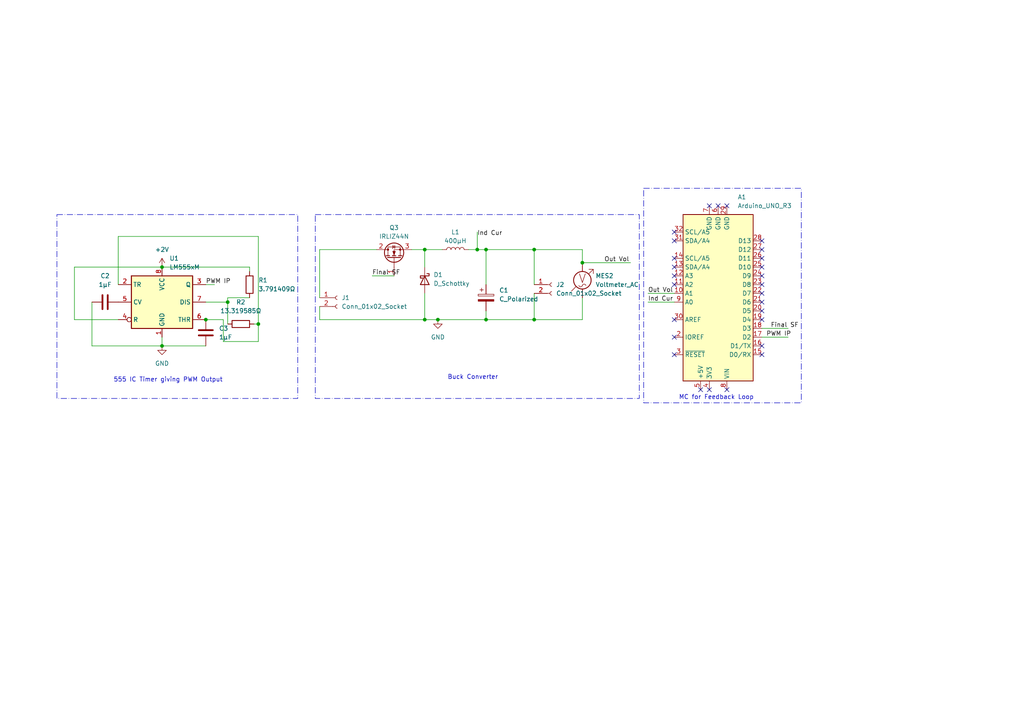
<source format=kicad_sch>
(kicad_sch
	(version 20250114)
	(generator "eeschema")
	(generator_version "9.0")
	(uuid "132330d4-2345-49d7-94dd-03a05c7087bd")
	(paper "A4")
	(title_block
		(title "Buck Convertor")
		(date "2025-10-12")
		(rev "v1")
	)
	(lib_symbols
		(symbol "Connector:Conn_01x02_Socket"
			(pin_names
				(offset 1.016)
				(hide yes)
			)
			(exclude_from_sim no)
			(in_bom yes)
			(on_board yes)
			(property "Reference" "J"
				(at 0 2.54 0)
				(effects
					(font
						(size 1.27 1.27)
					)
				)
			)
			(property "Value" "Conn_01x02_Socket"
				(at 0 -5.08 0)
				(effects
					(font
						(size 1.27 1.27)
					)
				)
			)
			(property "Footprint" ""
				(at 0 0 0)
				(effects
					(font
						(size 1.27 1.27)
					)
					(hide yes)
				)
			)
			(property "Datasheet" "~"
				(at 0 0 0)
				(effects
					(font
						(size 1.27 1.27)
					)
					(hide yes)
				)
			)
			(property "Description" "Generic connector, single row, 01x02, script generated"
				(at 0 0 0)
				(effects
					(font
						(size 1.27 1.27)
					)
					(hide yes)
				)
			)
			(property "ki_locked" ""
				(at 0 0 0)
				(effects
					(font
						(size 1.27 1.27)
					)
				)
			)
			(property "ki_keywords" "connector"
				(at 0 0 0)
				(effects
					(font
						(size 1.27 1.27)
					)
					(hide yes)
				)
			)
			(property "ki_fp_filters" "Connector*:*_1x??_*"
				(at 0 0 0)
				(effects
					(font
						(size 1.27 1.27)
					)
					(hide yes)
				)
			)
			(symbol "Conn_01x02_Socket_1_1"
				(polyline
					(pts
						(xy -1.27 0) (xy -0.508 0)
					)
					(stroke
						(width 0.1524)
						(type default)
					)
					(fill
						(type none)
					)
				)
				(polyline
					(pts
						(xy -1.27 -2.54) (xy -0.508 -2.54)
					)
					(stroke
						(width 0.1524)
						(type default)
					)
					(fill
						(type none)
					)
				)
				(arc
					(start 0 -0.508)
					(mid -0.5058 0)
					(end 0 0.508)
					(stroke
						(width 0.1524)
						(type default)
					)
					(fill
						(type none)
					)
				)
				(arc
					(start 0 -3.048)
					(mid -0.5058 -2.54)
					(end 0 -2.032)
					(stroke
						(width 0.1524)
						(type default)
					)
					(fill
						(type none)
					)
				)
				(pin passive line
					(at -5.08 0 0)
					(length 3.81)
					(name "Pin_1"
						(effects
							(font
								(size 1.27 1.27)
							)
						)
					)
					(number "1"
						(effects
							(font
								(size 1.27 1.27)
							)
						)
					)
				)
				(pin passive line
					(at -5.08 -2.54 0)
					(length 3.81)
					(name "Pin_2"
						(effects
							(font
								(size 1.27 1.27)
							)
						)
					)
					(number "2"
						(effects
							(font
								(size 1.27 1.27)
							)
						)
					)
				)
			)
			(embedded_fonts no)
		)
		(symbol "Device:C"
			(pin_numbers
				(hide yes)
			)
			(pin_names
				(offset 0.254)
			)
			(exclude_from_sim no)
			(in_bom yes)
			(on_board yes)
			(property "Reference" "C"
				(at 0.635 2.54 0)
				(effects
					(font
						(size 1.27 1.27)
					)
					(justify left)
				)
			)
			(property "Value" "C"
				(at 0.635 -2.54 0)
				(effects
					(font
						(size 1.27 1.27)
					)
					(justify left)
				)
			)
			(property "Footprint" ""
				(at 0.9652 -3.81 0)
				(effects
					(font
						(size 1.27 1.27)
					)
					(hide yes)
				)
			)
			(property "Datasheet" "~"
				(at 0 0 0)
				(effects
					(font
						(size 1.27 1.27)
					)
					(hide yes)
				)
			)
			(property "Description" "Unpolarized capacitor"
				(at 0 0 0)
				(effects
					(font
						(size 1.27 1.27)
					)
					(hide yes)
				)
			)
			(property "ki_keywords" "cap capacitor"
				(at 0 0 0)
				(effects
					(font
						(size 1.27 1.27)
					)
					(hide yes)
				)
			)
			(property "ki_fp_filters" "C_*"
				(at 0 0 0)
				(effects
					(font
						(size 1.27 1.27)
					)
					(hide yes)
				)
			)
			(symbol "C_0_1"
				(polyline
					(pts
						(xy -2.032 0.762) (xy 2.032 0.762)
					)
					(stroke
						(width 0.508)
						(type default)
					)
					(fill
						(type none)
					)
				)
				(polyline
					(pts
						(xy -2.032 -0.762) (xy 2.032 -0.762)
					)
					(stroke
						(width 0.508)
						(type default)
					)
					(fill
						(type none)
					)
				)
			)
			(symbol "C_1_1"
				(pin passive line
					(at 0 3.81 270)
					(length 2.794)
					(name "~"
						(effects
							(font
								(size 1.27 1.27)
							)
						)
					)
					(number "1"
						(effects
							(font
								(size 1.27 1.27)
							)
						)
					)
				)
				(pin passive line
					(at 0 -3.81 90)
					(length 2.794)
					(name "~"
						(effects
							(font
								(size 1.27 1.27)
							)
						)
					)
					(number "2"
						(effects
							(font
								(size 1.27 1.27)
							)
						)
					)
				)
			)
			(embedded_fonts no)
		)
		(symbol "Device:C_Polarized"
			(pin_numbers
				(hide yes)
			)
			(pin_names
				(offset 0.254)
			)
			(exclude_from_sim no)
			(in_bom yes)
			(on_board yes)
			(property "Reference" "C"
				(at 0.635 2.54 0)
				(effects
					(font
						(size 1.27 1.27)
					)
					(justify left)
				)
			)
			(property "Value" "C_Polarized"
				(at 0.635 -2.54 0)
				(effects
					(font
						(size 1.27 1.27)
					)
					(justify left)
				)
			)
			(property "Footprint" ""
				(at 0.9652 -3.81 0)
				(effects
					(font
						(size 1.27 1.27)
					)
					(hide yes)
				)
			)
			(property "Datasheet" "~"
				(at 0 0 0)
				(effects
					(font
						(size 1.27 1.27)
					)
					(hide yes)
				)
			)
			(property "Description" "Polarized capacitor"
				(at 0 0 0)
				(effects
					(font
						(size 1.27 1.27)
					)
					(hide yes)
				)
			)
			(property "ki_keywords" "cap capacitor"
				(at 0 0 0)
				(effects
					(font
						(size 1.27 1.27)
					)
					(hide yes)
				)
			)
			(property "ki_fp_filters" "CP_*"
				(at 0 0 0)
				(effects
					(font
						(size 1.27 1.27)
					)
					(hide yes)
				)
			)
			(symbol "C_Polarized_0_1"
				(rectangle
					(start -2.286 0.508)
					(end 2.286 1.016)
					(stroke
						(width 0)
						(type default)
					)
					(fill
						(type none)
					)
				)
				(polyline
					(pts
						(xy -1.778 2.286) (xy -0.762 2.286)
					)
					(stroke
						(width 0)
						(type default)
					)
					(fill
						(type none)
					)
				)
				(polyline
					(pts
						(xy -1.27 2.794) (xy -1.27 1.778)
					)
					(stroke
						(width 0)
						(type default)
					)
					(fill
						(type none)
					)
				)
				(rectangle
					(start 2.286 -0.508)
					(end -2.286 -1.016)
					(stroke
						(width 0)
						(type default)
					)
					(fill
						(type outline)
					)
				)
			)
			(symbol "C_Polarized_1_1"
				(pin passive line
					(at 0 3.81 270)
					(length 2.794)
					(name "~"
						(effects
							(font
								(size 1.27 1.27)
							)
						)
					)
					(number "1"
						(effects
							(font
								(size 1.27 1.27)
							)
						)
					)
				)
				(pin passive line
					(at 0 -3.81 90)
					(length 2.794)
					(name "~"
						(effects
							(font
								(size 1.27 1.27)
							)
						)
					)
					(number "2"
						(effects
							(font
								(size 1.27 1.27)
							)
						)
					)
				)
			)
			(embedded_fonts no)
		)
		(symbol "Device:D_Schottky"
			(pin_numbers
				(hide yes)
			)
			(pin_names
				(offset 1.016)
				(hide yes)
			)
			(exclude_from_sim no)
			(in_bom yes)
			(on_board yes)
			(property "Reference" "D"
				(at 0 2.54 0)
				(effects
					(font
						(size 1.27 1.27)
					)
				)
			)
			(property "Value" "D_Schottky"
				(at 0 -2.54 0)
				(effects
					(font
						(size 1.27 1.27)
					)
				)
			)
			(property "Footprint" ""
				(at 0 0 0)
				(effects
					(font
						(size 1.27 1.27)
					)
					(hide yes)
				)
			)
			(property "Datasheet" "~"
				(at 0 0 0)
				(effects
					(font
						(size 1.27 1.27)
					)
					(hide yes)
				)
			)
			(property "Description" "Schottky diode"
				(at 0 0 0)
				(effects
					(font
						(size 1.27 1.27)
					)
					(hide yes)
				)
			)
			(property "ki_keywords" "diode Schottky"
				(at 0 0 0)
				(effects
					(font
						(size 1.27 1.27)
					)
					(hide yes)
				)
			)
			(property "ki_fp_filters" "TO-???* *_Diode_* *SingleDiode* D_*"
				(at 0 0 0)
				(effects
					(font
						(size 1.27 1.27)
					)
					(hide yes)
				)
			)
			(symbol "D_Schottky_0_1"
				(polyline
					(pts
						(xy -1.905 0.635) (xy -1.905 1.27) (xy -1.27 1.27) (xy -1.27 -1.27) (xy -0.635 -1.27) (xy -0.635 -0.635)
					)
					(stroke
						(width 0.254)
						(type default)
					)
					(fill
						(type none)
					)
				)
				(polyline
					(pts
						(xy 1.27 1.27) (xy 1.27 -1.27) (xy -1.27 0) (xy 1.27 1.27)
					)
					(stroke
						(width 0.254)
						(type default)
					)
					(fill
						(type none)
					)
				)
				(polyline
					(pts
						(xy 1.27 0) (xy -1.27 0)
					)
					(stroke
						(width 0)
						(type default)
					)
					(fill
						(type none)
					)
				)
			)
			(symbol "D_Schottky_1_1"
				(pin passive line
					(at -3.81 0 0)
					(length 2.54)
					(name "K"
						(effects
							(font
								(size 1.27 1.27)
							)
						)
					)
					(number "1"
						(effects
							(font
								(size 1.27 1.27)
							)
						)
					)
				)
				(pin passive line
					(at 3.81 0 180)
					(length 2.54)
					(name "A"
						(effects
							(font
								(size 1.27 1.27)
							)
						)
					)
					(number "2"
						(effects
							(font
								(size 1.27 1.27)
							)
						)
					)
				)
			)
			(embedded_fonts no)
		)
		(symbol "Device:L"
			(pin_numbers
				(hide yes)
			)
			(pin_names
				(offset 1.016)
				(hide yes)
			)
			(exclude_from_sim no)
			(in_bom yes)
			(on_board yes)
			(property "Reference" "L"
				(at -1.27 0 90)
				(effects
					(font
						(size 1.27 1.27)
					)
				)
			)
			(property "Value" "L"
				(at 1.905 0 90)
				(effects
					(font
						(size 1.27 1.27)
					)
				)
			)
			(property "Footprint" ""
				(at 0 0 0)
				(effects
					(font
						(size 1.27 1.27)
					)
					(hide yes)
				)
			)
			(property "Datasheet" "~"
				(at 0 0 0)
				(effects
					(font
						(size 1.27 1.27)
					)
					(hide yes)
				)
			)
			(property "Description" "Inductor"
				(at 0 0 0)
				(effects
					(font
						(size 1.27 1.27)
					)
					(hide yes)
				)
			)
			(property "ki_keywords" "inductor choke coil reactor magnetic"
				(at 0 0 0)
				(effects
					(font
						(size 1.27 1.27)
					)
					(hide yes)
				)
			)
			(property "ki_fp_filters" "Choke_* *Coil* Inductor_* L_*"
				(at 0 0 0)
				(effects
					(font
						(size 1.27 1.27)
					)
					(hide yes)
				)
			)
			(symbol "L_0_1"
				(arc
					(start 0 2.54)
					(mid 0.6323 1.905)
					(end 0 1.27)
					(stroke
						(width 0)
						(type default)
					)
					(fill
						(type none)
					)
				)
				(arc
					(start 0 1.27)
					(mid 0.6323 0.635)
					(end 0 0)
					(stroke
						(width 0)
						(type default)
					)
					(fill
						(type none)
					)
				)
				(arc
					(start 0 0)
					(mid 0.6323 -0.635)
					(end 0 -1.27)
					(stroke
						(width 0)
						(type default)
					)
					(fill
						(type none)
					)
				)
				(arc
					(start 0 -1.27)
					(mid 0.6323 -1.905)
					(end 0 -2.54)
					(stroke
						(width 0)
						(type default)
					)
					(fill
						(type none)
					)
				)
			)
			(symbol "L_1_1"
				(pin passive line
					(at 0 3.81 270)
					(length 1.27)
					(name "1"
						(effects
							(font
								(size 1.27 1.27)
							)
						)
					)
					(number "1"
						(effects
							(font
								(size 1.27 1.27)
							)
						)
					)
				)
				(pin passive line
					(at 0 -3.81 90)
					(length 1.27)
					(name "2"
						(effects
							(font
								(size 1.27 1.27)
							)
						)
					)
					(number "2"
						(effects
							(font
								(size 1.27 1.27)
							)
						)
					)
				)
			)
			(embedded_fonts no)
		)
		(symbol "Device:R"
			(pin_numbers
				(hide yes)
			)
			(pin_names
				(offset 0)
			)
			(exclude_from_sim no)
			(in_bom yes)
			(on_board yes)
			(property "Reference" "R"
				(at 2.032 0 90)
				(effects
					(font
						(size 1.27 1.27)
					)
				)
			)
			(property "Value" "R"
				(at 0 0 90)
				(effects
					(font
						(size 1.27 1.27)
					)
				)
			)
			(property "Footprint" ""
				(at -1.778 0 90)
				(effects
					(font
						(size 1.27 1.27)
					)
					(hide yes)
				)
			)
			(property "Datasheet" "~"
				(at 0 0 0)
				(effects
					(font
						(size 1.27 1.27)
					)
					(hide yes)
				)
			)
			(property "Description" "Resistor"
				(at 0 0 0)
				(effects
					(font
						(size 1.27 1.27)
					)
					(hide yes)
				)
			)
			(property "ki_keywords" "R res resistor"
				(at 0 0 0)
				(effects
					(font
						(size 1.27 1.27)
					)
					(hide yes)
				)
			)
			(property "ki_fp_filters" "R_*"
				(at 0 0 0)
				(effects
					(font
						(size 1.27 1.27)
					)
					(hide yes)
				)
			)
			(symbol "R_0_1"
				(rectangle
					(start -1.016 -2.54)
					(end 1.016 2.54)
					(stroke
						(width 0.254)
						(type default)
					)
					(fill
						(type none)
					)
				)
			)
			(symbol "R_1_1"
				(pin passive line
					(at 0 3.81 270)
					(length 1.27)
					(name "~"
						(effects
							(font
								(size 1.27 1.27)
							)
						)
					)
					(number "1"
						(effects
							(font
								(size 1.27 1.27)
							)
						)
					)
				)
				(pin passive line
					(at 0 -3.81 90)
					(length 1.27)
					(name "~"
						(effects
							(font
								(size 1.27 1.27)
							)
						)
					)
					(number "2"
						(effects
							(font
								(size 1.27 1.27)
							)
						)
					)
				)
			)
			(embedded_fonts no)
		)
		(symbol "Device:Voltmeter_AC"
			(pin_numbers
				(hide yes)
			)
			(pin_names
				(offset 0.0254)
				(hide yes)
			)
			(exclude_from_sim no)
			(in_bom yes)
			(on_board yes)
			(property "Reference" "MES"
				(at -3.302 1.016 0)
				(effects
					(font
						(size 1.27 1.27)
					)
					(justify right)
				)
			)
			(property "Value" "Voltmeter_AC"
				(at -3.302 -0.762 0)
				(effects
					(font
						(size 1.27 1.27)
					)
					(justify right)
				)
			)
			(property "Footprint" ""
				(at 0 2.54 90)
				(effects
					(font
						(size 1.27 1.27)
					)
					(hide yes)
				)
			)
			(property "Datasheet" "~"
				(at 0 2.54 90)
				(effects
					(font
						(size 1.27 1.27)
					)
					(hide yes)
				)
			)
			(property "Description" "AC voltmeter"
				(at 0 0 0)
				(effects
					(font
						(size 1.27 1.27)
					)
					(hide yes)
				)
			)
			(property "ki_keywords" "voltmeter AC"
				(at 0 0 0)
				(effects
					(font
						(size 1.27 1.27)
					)
					(hide yes)
				)
			)
			(symbol "Voltmeter_AC_0_0"
				(polyline
					(pts
						(xy -3.175 -3.175) (xy -1.905 -1.905)
					)
					(stroke
						(width 0)
						(type default)
					)
					(fill
						(type none)
					)
				)
				(polyline
					(pts
						(xy 1.905 3.175) (xy 3.175 3.175) (xy 3.175 1.905)
					)
					(stroke
						(width 0)
						(type default)
					)
					(fill
						(type none)
					)
				)
				(polyline
					(pts
						(xy 1.905 1.905) (xy 3.175 3.175)
					)
					(stroke
						(width 0)
						(type default)
					)
					(fill
						(type none)
					)
				)
				(text "V"
					(at 0 0.508 0)
					(effects
						(font
							(size 2.54 2.54)
						)
					)
				)
			)
			(symbol "Voltmeter_AC_0_1"
				(arc
					(start 0 -1.524)
					(mid -0.508 -1.902)
					(end -1.016 -1.524)
					(stroke
						(width 0)
						(type default)
					)
					(fill
						(type none)
					)
				)
				(circle
					(center 0 0)
					(radius 2.54)
					(stroke
						(width 0.254)
						(type default)
					)
					(fill
						(type none)
					)
				)
				(arc
					(start 0 -1.524)
					(mid 0.508 -1.1274)
					(end 1.016 -1.524)
					(stroke
						(width 0)
						(type default)
					)
					(fill
						(type none)
					)
				)
			)
			(symbol "Voltmeter_AC_1_1"
				(pin passive line
					(at 0 5.08 270)
					(length 2.54)
					(name "~"
						(effects
							(font
								(size 1.27 1.27)
							)
						)
					)
					(number "2"
						(effects
							(font
								(size 1.27 1.27)
							)
						)
					)
				)
				(pin passive line
					(at 0 -5.08 90)
					(length 2.54)
					(name "~"
						(effects
							(font
								(size 1.27 1.27)
							)
						)
					)
					(number "1"
						(effects
							(font
								(size 1.27 1.27)
							)
						)
					)
				)
			)
			(embedded_fonts no)
		)
		(symbol "MCU_Module:Arduino_UNO_R3"
			(exclude_from_sim no)
			(in_bom yes)
			(on_board yes)
			(property "Reference" "A"
				(at -10.16 23.495 0)
				(effects
					(font
						(size 1.27 1.27)
					)
					(justify left bottom)
				)
			)
			(property "Value" "Arduino_UNO_R3"
				(at 5.08 -26.67 0)
				(effects
					(font
						(size 1.27 1.27)
					)
					(justify left top)
				)
			)
			(property "Footprint" "Module:Arduino_UNO_R3"
				(at 0 0 0)
				(effects
					(font
						(size 1.27 1.27)
						(italic yes)
					)
					(hide yes)
				)
			)
			(property "Datasheet" "https://www.arduino.cc/en/Main/arduinoBoardUno"
				(at 0 0 0)
				(effects
					(font
						(size 1.27 1.27)
					)
					(hide yes)
				)
			)
			(property "Description" "Arduino UNO Microcontroller Module, release 3"
				(at 0 0 0)
				(effects
					(font
						(size 1.27 1.27)
					)
					(hide yes)
				)
			)
			(property "ki_keywords" "Arduino UNO R3 Microcontroller Module Atmel AVR USB"
				(at 0 0 0)
				(effects
					(font
						(size 1.27 1.27)
					)
					(hide yes)
				)
			)
			(property "ki_fp_filters" "Arduino*UNO*R3*"
				(at 0 0 0)
				(effects
					(font
						(size 1.27 1.27)
					)
					(hide yes)
				)
			)
			(symbol "Arduino_UNO_R3_0_1"
				(rectangle
					(start -10.16 22.86)
					(end 10.16 -25.4)
					(stroke
						(width 0.254)
						(type default)
					)
					(fill
						(type background)
					)
				)
			)
			(symbol "Arduino_UNO_R3_1_1"
				(pin bidirectional line
					(at -12.7 15.24 0)
					(length 2.54)
					(name "D0/RX"
						(effects
							(font
								(size 1.27 1.27)
							)
						)
					)
					(number "15"
						(effects
							(font
								(size 1.27 1.27)
							)
						)
					)
				)
				(pin bidirectional line
					(at -12.7 12.7 0)
					(length 2.54)
					(name "D1/TX"
						(effects
							(font
								(size 1.27 1.27)
							)
						)
					)
					(number "16"
						(effects
							(font
								(size 1.27 1.27)
							)
						)
					)
				)
				(pin bidirectional line
					(at -12.7 10.16 0)
					(length 2.54)
					(name "D2"
						(effects
							(font
								(size 1.27 1.27)
							)
						)
					)
					(number "17"
						(effects
							(font
								(size 1.27 1.27)
							)
						)
					)
				)
				(pin bidirectional line
					(at -12.7 7.62 0)
					(length 2.54)
					(name "D3"
						(effects
							(font
								(size 1.27 1.27)
							)
						)
					)
					(number "18"
						(effects
							(font
								(size 1.27 1.27)
							)
						)
					)
				)
				(pin bidirectional line
					(at -12.7 5.08 0)
					(length 2.54)
					(name "D4"
						(effects
							(font
								(size 1.27 1.27)
							)
						)
					)
					(number "19"
						(effects
							(font
								(size 1.27 1.27)
							)
						)
					)
				)
				(pin bidirectional line
					(at -12.7 2.54 0)
					(length 2.54)
					(name "D5"
						(effects
							(font
								(size 1.27 1.27)
							)
						)
					)
					(number "20"
						(effects
							(font
								(size 1.27 1.27)
							)
						)
					)
				)
				(pin bidirectional line
					(at -12.7 0 0)
					(length 2.54)
					(name "D6"
						(effects
							(font
								(size 1.27 1.27)
							)
						)
					)
					(number "21"
						(effects
							(font
								(size 1.27 1.27)
							)
						)
					)
				)
				(pin bidirectional line
					(at -12.7 -2.54 0)
					(length 2.54)
					(name "D7"
						(effects
							(font
								(size 1.27 1.27)
							)
						)
					)
					(number "22"
						(effects
							(font
								(size 1.27 1.27)
							)
						)
					)
				)
				(pin bidirectional line
					(at -12.7 -5.08 0)
					(length 2.54)
					(name "D8"
						(effects
							(font
								(size 1.27 1.27)
							)
						)
					)
					(number "23"
						(effects
							(font
								(size 1.27 1.27)
							)
						)
					)
				)
				(pin bidirectional line
					(at -12.7 -7.62 0)
					(length 2.54)
					(name "D9"
						(effects
							(font
								(size 1.27 1.27)
							)
						)
					)
					(number "24"
						(effects
							(font
								(size 1.27 1.27)
							)
						)
					)
				)
				(pin bidirectional line
					(at -12.7 -10.16 0)
					(length 2.54)
					(name "D10"
						(effects
							(font
								(size 1.27 1.27)
							)
						)
					)
					(number "25"
						(effects
							(font
								(size 1.27 1.27)
							)
						)
					)
				)
				(pin bidirectional line
					(at -12.7 -12.7 0)
					(length 2.54)
					(name "D11"
						(effects
							(font
								(size 1.27 1.27)
							)
						)
					)
					(number "26"
						(effects
							(font
								(size 1.27 1.27)
							)
						)
					)
				)
				(pin bidirectional line
					(at -12.7 -15.24 0)
					(length 2.54)
					(name "D12"
						(effects
							(font
								(size 1.27 1.27)
							)
						)
					)
					(number "27"
						(effects
							(font
								(size 1.27 1.27)
							)
						)
					)
				)
				(pin bidirectional line
					(at -12.7 -17.78 0)
					(length 2.54)
					(name "D13"
						(effects
							(font
								(size 1.27 1.27)
							)
						)
					)
					(number "28"
						(effects
							(font
								(size 1.27 1.27)
							)
						)
					)
				)
				(pin no_connect line
					(at -10.16 -20.32 0)
					(length 2.54)
					(hide yes)
					(name "NC"
						(effects
							(font
								(size 1.27 1.27)
							)
						)
					)
					(number "1"
						(effects
							(font
								(size 1.27 1.27)
							)
						)
					)
				)
				(pin power_in line
					(at -2.54 25.4 270)
					(length 2.54)
					(name "VIN"
						(effects
							(font
								(size 1.27 1.27)
							)
						)
					)
					(number "8"
						(effects
							(font
								(size 1.27 1.27)
							)
						)
					)
				)
				(pin power_in line
					(at -2.54 -27.94 90)
					(length 2.54)
					(name "GND"
						(effects
							(font
								(size 1.27 1.27)
							)
						)
					)
					(number "29"
						(effects
							(font
								(size 1.27 1.27)
							)
						)
					)
				)
				(pin power_in line
					(at 0 -27.94 90)
					(length 2.54)
					(name "GND"
						(effects
							(font
								(size 1.27 1.27)
							)
						)
					)
					(number "6"
						(effects
							(font
								(size 1.27 1.27)
							)
						)
					)
				)
				(pin power_out line
					(at 2.54 25.4 270)
					(length 2.54)
					(name "3V3"
						(effects
							(font
								(size 1.27 1.27)
							)
						)
					)
					(number "4"
						(effects
							(font
								(size 1.27 1.27)
							)
						)
					)
				)
				(pin power_in line
					(at 2.54 -27.94 90)
					(length 2.54)
					(name "GND"
						(effects
							(font
								(size 1.27 1.27)
							)
						)
					)
					(number "7"
						(effects
							(font
								(size 1.27 1.27)
							)
						)
					)
				)
				(pin power_out line
					(at 5.08 25.4 270)
					(length 2.54)
					(name "+5V"
						(effects
							(font
								(size 1.27 1.27)
							)
						)
					)
					(number "5"
						(effects
							(font
								(size 1.27 1.27)
							)
						)
					)
				)
				(pin input line
					(at 12.7 15.24 180)
					(length 2.54)
					(name "~{RESET}"
						(effects
							(font
								(size 1.27 1.27)
							)
						)
					)
					(number "3"
						(effects
							(font
								(size 1.27 1.27)
							)
						)
					)
				)
				(pin output line
					(at 12.7 10.16 180)
					(length 2.54)
					(name "IOREF"
						(effects
							(font
								(size 1.27 1.27)
							)
						)
					)
					(number "2"
						(effects
							(font
								(size 1.27 1.27)
							)
						)
					)
				)
				(pin input line
					(at 12.7 5.08 180)
					(length 2.54)
					(name "AREF"
						(effects
							(font
								(size 1.27 1.27)
							)
						)
					)
					(number "30"
						(effects
							(font
								(size 1.27 1.27)
							)
						)
					)
				)
				(pin bidirectional line
					(at 12.7 0 180)
					(length 2.54)
					(name "A0"
						(effects
							(font
								(size 1.27 1.27)
							)
						)
					)
					(number "9"
						(effects
							(font
								(size 1.27 1.27)
							)
						)
					)
				)
				(pin bidirectional line
					(at 12.7 -2.54 180)
					(length 2.54)
					(name "A1"
						(effects
							(font
								(size 1.27 1.27)
							)
						)
					)
					(number "10"
						(effects
							(font
								(size 1.27 1.27)
							)
						)
					)
				)
				(pin bidirectional line
					(at 12.7 -5.08 180)
					(length 2.54)
					(name "A2"
						(effects
							(font
								(size 1.27 1.27)
							)
						)
					)
					(number "11"
						(effects
							(font
								(size 1.27 1.27)
							)
						)
					)
				)
				(pin bidirectional line
					(at 12.7 -7.62 180)
					(length 2.54)
					(name "A3"
						(effects
							(font
								(size 1.27 1.27)
							)
						)
					)
					(number "12"
						(effects
							(font
								(size 1.27 1.27)
							)
						)
					)
				)
				(pin bidirectional line
					(at 12.7 -10.16 180)
					(length 2.54)
					(name "SDA/A4"
						(effects
							(font
								(size 1.27 1.27)
							)
						)
					)
					(number "13"
						(effects
							(font
								(size 1.27 1.27)
							)
						)
					)
				)
				(pin bidirectional line
					(at 12.7 -12.7 180)
					(length 2.54)
					(name "SCL/A5"
						(effects
							(font
								(size 1.27 1.27)
							)
						)
					)
					(number "14"
						(effects
							(font
								(size 1.27 1.27)
							)
						)
					)
				)
				(pin bidirectional line
					(at 12.7 -17.78 180)
					(length 2.54)
					(name "SDA/A4"
						(effects
							(font
								(size 1.27 1.27)
							)
						)
					)
					(number "31"
						(effects
							(font
								(size 1.27 1.27)
							)
						)
					)
				)
				(pin bidirectional line
					(at 12.7 -20.32 180)
					(length 2.54)
					(name "SCL/A5"
						(effects
							(font
								(size 1.27 1.27)
							)
						)
					)
					(number "32"
						(effects
							(font
								(size 1.27 1.27)
							)
						)
					)
				)
			)
			(embedded_fonts no)
		)
		(symbol "Timer:LM555xM"
			(exclude_from_sim no)
			(in_bom yes)
			(on_board yes)
			(property "Reference" "U"
				(at -10.16 8.89 0)
				(effects
					(font
						(size 1.27 1.27)
					)
					(justify left)
				)
			)
			(property "Value" "LM555xM"
				(at 2.54 8.89 0)
				(effects
					(font
						(size 1.27 1.27)
					)
					(justify left)
				)
			)
			(property "Footprint" "Package_SO:SOIC-8_3.9x4.9mm_P1.27mm"
				(at 21.59 -10.16 0)
				(effects
					(font
						(size 1.27 1.27)
					)
					(hide yes)
				)
			)
			(property "Datasheet" "http://www.ti.com/lit/ds/symlink/lm555.pdf"
				(at 21.59 -10.16 0)
				(effects
					(font
						(size 1.27 1.27)
					)
					(hide yes)
				)
			)
			(property "Description" "Timer, 555 compatible, SOIC-8"
				(at 0 0 0)
				(effects
					(font
						(size 1.27 1.27)
					)
					(hide yes)
				)
			)
			(property "ki_keywords" "single timer 555"
				(at 0 0 0)
				(effects
					(font
						(size 1.27 1.27)
					)
					(hide yes)
				)
			)
			(property "ki_fp_filters" "SOIC*3.9x4.9mm*P1.27mm*"
				(at 0 0 0)
				(effects
					(font
						(size 1.27 1.27)
					)
					(hide yes)
				)
			)
			(symbol "LM555xM_0_0"
				(pin power_in line
					(at 0 10.16 270)
					(length 2.54)
					(name "VCC"
						(effects
							(font
								(size 1.27 1.27)
							)
						)
					)
					(number "8"
						(effects
							(font
								(size 1.27 1.27)
							)
						)
					)
				)
				(pin power_in line
					(at 0 -10.16 90)
					(length 2.54)
					(name "GND"
						(effects
							(font
								(size 1.27 1.27)
							)
						)
					)
					(number "1"
						(effects
							(font
								(size 1.27 1.27)
							)
						)
					)
				)
			)
			(symbol "LM555xM_0_1"
				(rectangle
					(start -8.89 -7.62)
					(end 8.89 7.62)
					(stroke
						(width 0.254)
						(type default)
					)
					(fill
						(type background)
					)
				)
				(rectangle
					(start -8.89 -7.62)
					(end 8.89 7.62)
					(stroke
						(width 0.254)
						(type default)
					)
					(fill
						(type background)
					)
				)
			)
			(symbol "LM555xM_1_1"
				(pin input line
					(at -12.7 5.08 0)
					(length 3.81)
					(name "TR"
						(effects
							(font
								(size 1.27 1.27)
							)
						)
					)
					(number "2"
						(effects
							(font
								(size 1.27 1.27)
							)
						)
					)
				)
				(pin input line
					(at -12.7 0 0)
					(length 3.81)
					(name "CV"
						(effects
							(font
								(size 1.27 1.27)
							)
						)
					)
					(number "5"
						(effects
							(font
								(size 1.27 1.27)
							)
						)
					)
				)
				(pin input inverted
					(at -12.7 -5.08 0)
					(length 3.81)
					(name "R"
						(effects
							(font
								(size 1.27 1.27)
							)
						)
					)
					(number "4"
						(effects
							(font
								(size 1.27 1.27)
							)
						)
					)
				)
				(pin output line
					(at 12.7 5.08 180)
					(length 3.81)
					(name "Q"
						(effects
							(font
								(size 1.27 1.27)
							)
						)
					)
					(number "3"
						(effects
							(font
								(size 1.27 1.27)
							)
						)
					)
				)
				(pin input line
					(at 12.7 0 180)
					(length 3.81)
					(name "DIS"
						(effects
							(font
								(size 1.27 1.27)
							)
						)
					)
					(number "7"
						(effects
							(font
								(size 1.27 1.27)
							)
						)
					)
				)
				(pin input line
					(at 12.7 -5.08 180)
					(length 3.81)
					(name "THR"
						(effects
							(font
								(size 1.27 1.27)
							)
						)
					)
					(number "6"
						(effects
							(font
								(size 1.27 1.27)
							)
						)
					)
				)
			)
			(embedded_fonts no)
		)
		(symbol "Transistor_FET:IRLIZ44N"
			(pin_names
				(hide yes)
			)
			(exclude_from_sim no)
			(in_bom yes)
			(on_board yes)
			(property "Reference" "Q"
				(at 5.08 1.905 0)
				(effects
					(font
						(size 1.27 1.27)
					)
					(justify left)
				)
			)
			(property "Value" "IRLIZ44N"
				(at 5.08 0 0)
				(effects
					(font
						(size 1.27 1.27)
					)
					(justify left)
				)
			)
			(property "Footprint" "Package_TO_SOT_THT:TO-220F-3_Vertical"
				(at 5.08 -1.905 0)
				(effects
					(font
						(size 1.27 1.27)
						(italic yes)
					)
					(justify left)
					(hide yes)
				)
			)
			(property "Datasheet" "http://www.irf.com/product-info/datasheets/data/irliz44n.pdf"
				(at 5.08 -3.81 0)
				(effects
					(font
						(size 1.27 1.27)
					)
					(justify left)
					(hide yes)
				)
			)
			(property "Description" "30A Id, 55V Vds, 22mOhm Rds, N-Channel HEXFET Power MOSFET, TO-220AB"
				(at 0 0 0)
				(effects
					(font
						(size 1.27 1.27)
					)
					(hide yes)
				)
			)
			(property "ki_keywords" "N-Channel HEXFET MOSFET Logic-Level"
				(at 0 0 0)
				(effects
					(font
						(size 1.27 1.27)
					)
					(hide yes)
				)
			)
			(property "ki_fp_filters" "TO?220F*"
				(at 0 0 0)
				(effects
					(font
						(size 1.27 1.27)
					)
					(hide yes)
				)
			)
			(symbol "IRLIZ44N_0_1"
				(polyline
					(pts
						(xy 0.254 1.905) (xy 0.254 -1.905)
					)
					(stroke
						(width 0.254)
						(type default)
					)
					(fill
						(type none)
					)
				)
				(polyline
					(pts
						(xy 0.254 0) (xy -2.54 0)
					)
					(stroke
						(width 0)
						(type default)
					)
					(fill
						(type none)
					)
				)
				(polyline
					(pts
						(xy 0.762 2.286) (xy 0.762 1.27)
					)
					(stroke
						(width 0.254)
						(type default)
					)
					(fill
						(type none)
					)
				)
				(polyline
					(pts
						(xy 0.762 0.508) (xy 0.762 -0.508)
					)
					(stroke
						(width 0.254)
						(type default)
					)
					(fill
						(type none)
					)
				)
				(polyline
					(pts
						(xy 0.762 -1.27) (xy 0.762 -2.286)
					)
					(stroke
						(width 0.254)
						(type default)
					)
					(fill
						(type none)
					)
				)
				(polyline
					(pts
						(xy 0.762 -1.778) (xy 3.302 -1.778) (xy 3.302 1.778) (xy 0.762 1.778)
					)
					(stroke
						(width 0)
						(type default)
					)
					(fill
						(type none)
					)
				)
				(polyline
					(pts
						(xy 1.016 0) (xy 2.032 0.381) (xy 2.032 -0.381) (xy 1.016 0)
					)
					(stroke
						(width 0)
						(type default)
					)
					(fill
						(type outline)
					)
				)
				(circle
					(center 1.651 0)
					(radius 2.794)
					(stroke
						(width 0.254)
						(type default)
					)
					(fill
						(type none)
					)
				)
				(polyline
					(pts
						(xy 2.54 2.54) (xy 2.54 1.778)
					)
					(stroke
						(width 0)
						(type default)
					)
					(fill
						(type none)
					)
				)
				(circle
					(center 2.54 1.778)
					(radius 0.254)
					(stroke
						(width 0)
						(type default)
					)
					(fill
						(type outline)
					)
				)
				(circle
					(center 2.54 -1.778)
					(radius 0.254)
					(stroke
						(width 0)
						(type default)
					)
					(fill
						(type outline)
					)
				)
				(polyline
					(pts
						(xy 2.54 -2.54) (xy 2.54 0) (xy 0.762 0)
					)
					(stroke
						(width 0)
						(type default)
					)
					(fill
						(type none)
					)
				)
				(polyline
					(pts
						(xy 2.794 0.508) (xy 2.921 0.381) (xy 3.683 0.381) (xy 3.81 0.254)
					)
					(stroke
						(width 0)
						(type default)
					)
					(fill
						(type none)
					)
				)
				(polyline
					(pts
						(xy 3.302 0.381) (xy 2.921 -0.254) (xy 3.683 -0.254) (xy 3.302 0.381)
					)
					(stroke
						(width 0)
						(type default)
					)
					(fill
						(type none)
					)
				)
			)
			(symbol "IRLIZ44N_1_1"
				(pin input line
					(at -5.08 0 0)
					(length 2.54)
					(name "G"
						(effects
							(font
								(size 1.27 1.27)
							)
						)
					)
					(number "1"
						(effects
							(font
								(size 1.27 1.27)
							)
						)
					)
				)
				(pin passive line
					(at 2.54 5.08 270)
					(length 2.54)
					(name "D"
						(effects
							(font
								(size 1.27 1.27)
							)
						)
					)
					(number "2"
						(effects
							(font
								(size 1.27 1.27)
							)
						)
					)
				)
				(pin passive line
					(at 2.54 -5.08 90)
					(length 2.54)
					(name "S"
						(effects
							(font
								(size 1.27 1.27)
							)
						)
					)
					(number "3"
						(effects
							(font
								(size 1.27 1.27)
							)
						)
					)
				)
			)
			(embedded_fonts no)
		)
		(symbol "power:+2V5"
			(power)
			(pin_numbers
				(hide yes)
			)
			(pin_names
				(offset 0)
				(hide yes)
			)
			(exclude_from_sim no)
			(in_bom yes)
			(on_board yes)
			(property "Reference" "#PWR"
				(at 0 -3.81 0)
				(effects
					(font
						(size 1.27 1.27)
					)
					(hide yes)
				)
			)
			(property "Value" "+2V5"
				(at 0 3.556 0)
				(effects
					(font
						(size 1.27 1.27)
					)
				)
			)
			(property "Footprint" ""
				(at 0 0 0)
				(effects
					(font
						(size 1.27 1.27)
					)
					(hide yes)
				)
			)
			(property "Datasheet" ""
				(at 0 0 0)
				(effects
					(font
						(size 1.27 1.27)
					)
					(hide yes)
				)
			)
			(property "Description" "Power symbol creates a global label with name \"+2V5\""
				(at 0 0 0)
				(effects
					(font
						(size 1.27 1.27)
					)
					(hide yes)
				)
			)
			(property "ki_keywords" "global power"
				(at 0 0 0)
				(effects
					(font
						(size 1.27 1.27)
					)
					(hide yes)
				)
			)
			(symbol "+2V5_0_1"
				(polyline
					(pts
						(xy -0.762 1.27) (xy 0 2.54)
					)
					(stroke
						(width 0)
						(type default)
					)
					(fill
						(type none)
					)
				)
				(polyline
					(pts
						(xy 0 2.54) (xy 0.762 1.27)
					)
					(stroke
						(width 0)
						(type default)
					)
					(fill
						(type none)
					)
				)
				(polyline
					(pts
						(xy 0 0) (xy 0 2.54)
					)
					(stroke
						(width 0)
						(type default)
					)
					(fill
						(type none)
					)
				)
			)
			(symbol "+2V5_1_1"
				(pin power_in line
					(at 0 0 90)
					(length 0)
					(name "~"
						(effects
							(font
								(size 1.27 1.27)
							)
						)
					)
					(number "1"
						(effects
							(font
								(size 1.27 1.27)
							)
						)
					)
				)
			)
			(embedded_fonts no)
		)
		(symbol "power:GND"
			(power)
			(pin_numbers
				(hide yes)
			)
			(pin_names
				(offset 0)
				(hide yes)
			)
			(exclude_from_sim no)
			(in_bom yes)
			(on_board yes)
			(property "Reference" "#PWR"
				(at 0 -6.35 0)
				(effects
					(font
						(size 1.27 1.27)
					)
					(hide yes)
				)
			)
			(property "Value" "GND"
				(at 0 -3.81 0)
				(effects
					(font
						(size 1.27 1.27)
					)
				)
			)
			(property "Footprint" ""
				(at 0 0 0)
				(effects
					(font
						(size 1.27 1.27)
					)
					(hide yes)
				)
			)
			(property "Datasheet" ""
				(at 0 0 0)
				(effects
					(font
						(size 1.27 1.27)
					)
					(hide yes)
				)
			)
			(property "Description" "Power symbol creates a global label with name \"GND\" , ground"
				(at 0 0 0)
				(effects
					(font
						(size 1.27 1.27)
					)
					(hide yes)
				)
			)
			(property "ki_keywords" "global power"
				(at 0 0 0)
				(effects
					(font
						(size 1.27 1.27)
					)
					(hide yes)
				)
			)
			(symbol "GND_0_1"
				(polyline
					(pts
						(xy 0 0) (xy 0 -1.27) (xy 1.27 -1.27) (xy 0 -2.54) (xy -1.27 -1.27) (xy 0 -1.27)
					)
					(stroke
						(width 0)
						(type default)
					)
					(fill
						(type none)
					)
				)
			)
			(symbol "GND_1_1"
				(pin power_in line
					(at 0 0 270)
					(length 0)
					(name "~"
						(effects
							(font
								(size 1.27 1.27)
							)
						)
					)
					(number "1"
						(effects
							(font
								(size 1.27 1.27)
							)
						)
					)
				)
			)
			(embedded_fonts no)
		)
	)
	(rectangle
		(start 16.51 62.23)
		(end 86.36 115.57)
		(stroke
			(width 0)
			(type dash_dot)
		)
		(fill
			(type none)
		)
		(uuid 190118ab-3115-40c8-ba98-2535c8a5a1ae)
	)
	(rectangle
		(start 186.69 54.61)
		(end 232.41 116.84)
		(stroke
			(width 0)
			(type dash_dot)
		)
		(fill
			(type none)
		)
		(uuid bdc0334c-214b-46cb-8c01-3af2fdcf453b)
	)
	(rectangle
		(start 91.44 62.23)
		(end 185.42 115.57)
		(stroke
			(width 0)
			(type dash_dot)
		)
		(fill
			(type none)
		)
		(uuid c0b8174e-6e23-4eec-a8f5-6c0d563fe443)
	)
	(text "555 IC Timer giving PWM Output"
		(exclude_from_sim no)
		(at 48.768 110.236 0)
		(effects
			(font
				(size 1.27 1.27)
			)
		)
		(uuid "0b9ac162-aa49-4bee-af90-1efec0d090eb")
	)
	(text "MC for Feedback Loop\n"
		(exclude_from_sim no)
		(at 207.772 115.316 0)
		(effects
			(font
				(size 1.27 1.27)
			)
		)
		(uuid "9656a081-54c0-49eb-b22d-adc5a3cc3008")
	)
	(text "Buck Converter\n"
		(exclude_from_sim no)
		(at 137.16 109.474 0)
		(effects
			(font
				(size 1.27 1.27)
			)
		)
		(uuid "da35970c-94b9-4a1d-8f5a-23a82cda9e1a")
	)
	(junction
		(at 127 92.71)
		(diameter 0)
		(color 0 0 0 0)
		(uuid "0c807e7b-d896-4766-88a2-9cf6267fa78a")
	)
	(junction
		(at 140.97 92.71)
		(diameter 0)
		(color 0 0 0 0)
		(uuid "292a4179-e1fb-4066-999c-2047fe7b0d6d")
	)
	(junction
		(at 59.69 92.71)
		(diameter 0)
		(color 0 0 0 0)
		(uuid "36e9e114-3730-42ff-90d1-a691395f3d6f")
	)
	(junction
		(at 168.91 76.2)
		(diameter 0)
		(color 0 0 0 0)
		(uuid "580ffb18-0da2-4a2f-a96b-ab88227170e2")
	)
	(junction
		(at 74.93 93.98)
		(diameter 0)
		(color 0 0 0 0)
		(uuid "6757af07-2ad9-468d-9bab-c6f1fba32dfb")
	)
	(junction
		(at 66.04 87.63)
		(diameter 0)
		(color 0 0 0 0)
		(uuid "7be39442-1ea7-4e6e-bdeb-ab21a4501a17")
	)
	(junction
		(at 123.19 72.39)
		(diameter 0)
		(color 0 0 0 0)
		(uuid "8b31374d-91a5-43c8-9b52-61ae6ac64707")
	)
	(junction
		(at 123.19 92.71)
		(diameter 0)
		(color 0 0 0 0)
		(uuid "937c14ce-fc5b-4ebe-9fa1-b4c4fae0097e")
	)
	(junction
		(at 154.94 92.71)
		(diameter 0)
		(color 0 0 0 0)
		(uuid "a77c09dc-641b-4bd2-a7c6-c22d249a96bf")
	)
	(junction
		(at 46.99 100.33)
		(diameter 0)
		(color 0 0 0 0)
		(uuid "b39422a0-c4ba-46ec-a979-93845d75cfb4")
	)
	(junction
		(at 140.97 72.39)
		(diameter 0)
		(color 0 0 0 0)
		(uuid "b60cf165-b288-480c-8def-f955863a62a4")
	)
	(junction
		(at 138.43 72.39)
		(diameter 0)
		(color 0 0 0 0)
		(uuid "cf089b48-c68d-42cb-9e15-9c42b093503a")
	)
	(junction
		(at 154.94 72.39)
		(diameter 0)
		(color 0 0 0 0)
		(uuid "e2637014-179a-445b-95a3-bca84038e89a")
	)
	(junction
		(at 46.99 77.47)
		(diameter 0)
		(color 0 0 0 0)
		(uuid "fdef3a69-a0f6-4f42-8ab4-27e0c74351b4")
	)
	(no_connect
		(at 220.98 80.01)
		(uuid "001850c3-4c52-4394-92b0-60047f5d4ddb")
	)
	(no_connect
		(at 220.98 82.55)
		(uuid "03eb1f50-01b5-4c9b-8745-36ffa7d1211a")
	)
	(no_connect
		(at 220.98 85.09)
		(uuid "0ae8a7cc-bc94-4f37-9e50-b90b7dd95864")
	)
	(no_connect
		(at 205.74 59.69)
		(uuid "0afd20de-6167-4f2c-b6fc-26e90affd506")
	)
	(no_connect
		(at 220.98 100.33)
		(uuid "0f64089e-c331-4461-b1a2-89bede26e9ff")
	)
	(no_connect
		(at 195.58 102.87)
		(uuid "0f97aec7-5fa6-477b-b051-0d2b4eb76db7")
	)
	(no_connect
		(at 205.74 113.03)
		(uuid "1062abe4-3e25-4def-ad79-059cc1215083")
	)
	(no_connect
		(at 195.58 92.71)
		(uuid "183dccc5-fa92-4592-8074-19489aefce5d")
	)
	(no_connect
		(at 195.58 82.55)
		(uuid "1fb55416-a95c-40b8-9116-22ce76739df9")
	)
	(no_connect
		(at 195.58 97.79)
		(uuid "3117452f-0da2-4067-ab81-3f3323ad54ea")
	)
	(no_connect
		(at 195.58 77.47)
		(uuid "33a23bd7-c1d7-4fb1-88d0-fe98b1a04126")
	)
	(no_connect
		(at 220.98 77.47)
		(uuid "43a91b2b-7df6-4653-a8ac-788aec778262")
	)
	(no_connect
		(at 220.98 102.87)
		(uuid "54e2703f-cd65-47cb-8bae-a146cfff5051")
	)
	(no_connect
		(at 195.58 67.31)
		(uuid "6081cc46-01a7-414c-8f2a-a432f5584180")
	)
	(no_connect
		(at 210.82 113.03)
		(uuid "6173a8c4-2a47-452f-925d-506dc70274b9")
	)
	(no_connect
		(at 220.98 87.63)
		(uuid "66283a0a-d5e8-447f-8338-8e439e2d1786")
	)
	(no_connect
		(at 220.98 90.17)
		(uuid "69d9218c-1253-4b9e-96a9-76a99803941c")
	)
	(no_connect
		(at 220.98 74.93)
		(uuid "7dfa6fcb-0ab9-4703-97b7-71434f364de6")
	)
	(no_connect
		(at 210.82 59.69)
		(uuid "989754dd-1223-4782-b68e-290f9e599e95")
	)
	(no_connect
		(at 220.98 92.71)
		(uuid "9aaa28fb-0490-40d4-9528-9fa2dd5e5b08")
	)
	(no_connect
		(at 208.28 59.69)
		(uuid "a422d25e-2f51-4883-bcf9-2317ab8abc64")
	)
	(no_connect
		(at 220.98 69.85)
		(uuid "ae4bb695-2903-4dea-a56d-6e4326d2dea9")
	)
	(no_connect
		(at 220.98 72.39)
		(uuid "b410be45-5fdc-4c9b-b4a1-d05f9d4e36f8")
	)
	(no_connect
		(at 195.58 74.93)
		(uuid "c3ddc88f-da2f-4570-b548-189cd87e75a8")
	)
	(no_connect
		(at 195.58 69.85)
		(uuid "cf4715f0-3d52-4830-bdfc-744d1beb12c5")
	)
	(no_connect
		(at 203.2 113.03)
		(uuid "fb4b60e4-bd3d-4a9b-a91c-19881d64f9e7")
	)
	(no_connect
		(at 195.58 80.01)
		(uuid "fc3eb045-d759-4d8f-9381-d766f0fa591c")
	)
	(wire
		(pts
			(xy 92.71 72.39) (xy 109.22 72.39)
		)
		(stroke
			(width 0)
			(type default)
		)
		(uuid "0283bc61-225e-4fdd-ad55-b274ffbfeaae")
	)
	(wire
		(pts
			(xy 74.93 68.58) (xy 74.93 93.98)
		)
		(stroke
			(width 0)
			(type default)
		)
		(uuid "068d294c-1d79-4266-9244-03bd9f406f98")
	)
	(wire
		(pts
			(xy 123.19 72.39) (xy 123.19 77.47)
		)
		(stroke
			(width 0)
			(type default)
		)
		(uuid "0ba9e706-4814-4276-9554-0c16ee6c5e04")
	)
	(wire
		(pts
			(xy 21.59 77.47) (xy 46.99 77.47)
		)
		(stroke
			(width 0)
			(type default)
		)
		(uuid "0ee1ebfa-d705-4e92-9f6a-14f728c3a1ce")
	)
	(wire
		(pts
			(xy 123.19 85.09) (xy 123.19 92.71)
		)
		(stroke
			(width 0)
			(type default)
		)
		(uuid "0f15ffd6-ef05-4494-8d57-d6fdabb24e44")
	)
	(wire
		(pts
			(xy 107.95 80.01) (xy 114.3 80.01)
		)
		(stroke
			(width 0)
			(type default)
		)
		(uuid "114e6db4-d4b5-4809-bfdb-f0574a5d891b")
	)
	(wire
		(pts
			(xy 119.38 72.39) (xy 123.19 72.39)
		)
		(stroke
			(width 0)
			(type default)
		)
		(uuid "17381e1f-c77b-4348-8f61-6a8cf5d54923")
	)
	(wire
		(pts
			(xy 46.99 100.33) (xy 59.69 100.33)
		)
		(stroke
			(width 0)
			(type default)
		)
		(uuid "1cefb0ec-696e-474f-86cf-b3738775ea1c")
	)
	(wire
		(pts
			(xy 92.71 72.39) (xy 92.71 86.36)
		)
		(stroke
			(width 0)
			(type default)
		)
		(uuid "2004ff80-ef0c-4de8-94e6-8ba69fefb941")
	)
	(wire
		(pts
			(xy 46.99 97.79) (xy 46.99 100.33)
		)
		(stroke
			(width 0)
			(type default)
		)
		(uuid "229f8348-bd64-410f-a312-c24e14c0a9c6")
	)
	(wire
		(pts
			(xy 74.93 93.98) (xy 73.66 93.98)
		)
		(stroke
			(width 0)
			(type default)
		)
		(uuid "25a7e22d-c074-4bf4-b916-6d281fc86c8e")
	)
	(wire
		(pts
			(xy 21.59 92.71) (xy 21.59 77.47)
		)
		(stroke
			(width 0)
			(type default)
		)
		(uuid "2883aebf-1020-4f39-9f88-a9d9207dde52")
	)
	(wire
		(pts
			(xy 138.43 67.31) (xy 138.43 72.39)
		)
		(stroke
			(width 0)
			(type default)
		)
		(uuid "359658a7-05a0-4c19-bd21-b7f837ecb4bb")
	)
	(wire
		(pts
			(xy 154.94 85.09) (xy 154.94 92.71)
		)
		(stroke
			(width 0)
			(type default)
		)
		(uuid "37b438fc-7bbb-4d76-9a50-7092f4cf08b2")
	)
	(wire
		(pts
			(xy 92.71 92.71) (xy 123.19 92.71)
		)
		(stroke
			(width 0)
			(type default)
		)
		(uuid "3e1346a9-c95b-48e3-ba6b-39b7b81d85aa")
	)
	(wire
		(pts
			(xy 168.91 76.2) (xy 182.88 76.2)
		)
		(stroke
			(width 0)
			(type default)
		)
		(uuid "4033e31e-f399-4b42-8d46-c3f41f7bc31c")
	)
	(wire
		(pts
			(xy 220.98 97.79) (xy 228.6 97.79)
		)
		(stroke
			(width 0)
			(type default)
		)
		(uuid "4686ec28-3d3e-42a5-a7fb-8a2bad32165f")
	)
	(wire
		(pts
			(xy 59.69 82.55) (xy 62.23 82.55)
		)
		(stroke
			(width 0)
			(type default)
		)
		(uuid "4aa26756-dd85-44b5-9ea3-7a44dc83f7cc")
	)
	(wire
		(pts
			(xy 154.94 72.39) (xy 154.94 82.55)
		)
		(stroke
			(width 0)
			(type default)
		)
		(uuid "4d440b84-05c0-49a0-867d-56c1e13f7d68")
	)
	(wire
		(pts
			(xy 59.69 87.63) (xy 66.04 87.63)
		)
		(stroke
			(width 0)
			(type default)
		)
		(uuid "53205d0a-5b0e-4bee-afa6-3d0ecb05b21e")
	)
	(wire
		(pts
			(xy 140.97 72.39) (xy 154.94 72.39)
		)
		(stroke
			(width 0)
			(type default)
		)
		(uuid "533657b3-62fe-41f4-b4a3-ab43238785e4")
	)
	(wire
		(pts
			(xy 21.59 92.71) (xy 34.29 92.71)
		)
		(stroke
			(width 0)
			(type default)
		)
		(uuid "5d4cb885-82b8-4bcb-b353-20392324853e")
	)
	(wire
		(pts
			(xy 64.77 92.71) (xy 64.77 99.06)
		)
		(stroke
			(width 0)
			(type default)
		)
		(uuid "6545ce86-03a5-46b1-8e83-234383a39995")
	)
	(wire
		(pts
			(xy 34.29 68.58) (xy 74.93 68.58)
		)
		(stroke
			(width 0)
			(type default)
		)
		(uuid "6748b186-4044-458c-a2d2-f04942d58c53")
	)
	(wire
		(pts
			(xy 140.97 90.17) (xy 140.97 92.71)
		)
		(stroke
			(width 0)
			(type default)
		)
		(uuid "775246ad-3292-4c95-bac7-d9dbbe510fb8")
	)
	(wire
		(pts
			(xy 92.71 88.9) (xy 92.71 92.71)
		)
		(stroke
			(width 0)
			(type default)
		)
		(uuid "830dae65-4895-459a-834e-784f7e0aebac")
	)
	(wire
		(pts
			(xy 64.77 99.06) (xy 74.93 99.06)
		)
		(stroke
			(width 0)
			(type default)
		)
		(uuid "8770c71b-bdbb-4ff5-a485-ea96440aa5b3")
	)
	(wire
		(pts
			(xy 168.91 92.71) (xy 168.91 86.36)
		)
		(stroke
			(width 0)
			(type default)
		)
		(uuid "8eff982a-ffc6-419d-b6e8-aaf8866bf2ac")
	)
	(wire
		(pts
			(xy 34.29 82.55) (xy 34.29 68.58)
		)
		(stroke
			(width 0)
			(type default)
		)
		(uuid "8f8f7e3a-f54d-4738-996b-12c14acf30bd")
	)
	(wire
		(pts
			(xy 187.96 85.09) (xy 195.58 85.09)
		)
		(stroke
			(width 0)
			(type default)
		)
		(uuid "91128df1-58c3-463c-a844-ffdfcdd695dc")
	)
	(wire
		(pts
			(xy 135.89 72.39) (xy 138.43 72.39)
		)
		(stroke
			(width 0)
			(type default)
		)
		(uuid "9345bab8-2b1b-4192-a233-2b8117136f89")
	)
	(wire
		(pts
			(xy 168.91 72.39) (xy 168.91 76.2)
		)
		(stroke
			(width 0)
			(type default)
		)
		(uuid "983a05cd-9488-46b9-9937-a849cf53dbda")
	)
	(wire
		(pts
			(xy 74.93 93.98) (xy 74.93 99.06)
		)
		(stroke
			(width 0)
			(type default)
		)
		(uuid "a79a308e-a8c5-48eb-adca-664f8bea7ce0")
	)
	(wire
		(pts
			(xy 66.04 86.36) (xy 72.39 86.36)
		)
		(stroke
			(width 0)
			(type default)
		)
		(uuid "aa0fa8a9-45f0-44f6-9f8b-4f9bcbef40d2")
	)
	(wire
		(pts
			(xy 59.69 92.71) (xy 64.77 92.71)
		)
		(stroke
			(width 0)
			(type default)
		)
		(uuid "accf34c6-098f-41c4-a221-ba269ee17ab3")
	)
	(wire
		(pts
			(xy 187.96 87.63) (xy 195.58 87.63)
		)
		(stroke
			(width 0)
			(type default)
		)
		(uuid "ace25b08-ff9f-494e-9e59-8a153fcdaacd")
	)
	(wire
		(pts
			(xy 66.04 87.63) (xy 66.04 86.36)
		)
		(stroke
			(width 0)
			(type default)
		)
		(uuid "b1a66484-9ad0-42d4-9f5e-0586dce9f402")
	)
	(wire
		(pts
			(xy 154.94 92.71) (xy 168.91 92.71)
		)
		(stroke
			(width 0)
			(type default)
		)
		(uuid "b9cfd8da-332c-41b4-af86-f4cc907877bf")
	)
	(wire
		(pts
			(xy 140.97 92.71) (xy 127 92.71)
		)
		(stroke
			(width 0)
			(type default)
		)
		(uuid "be2779a8-6323-4bc0-985f-1f1de4f4fa1a")
	)
	(wire
		(pts
			(xy 123.19 92.71) (xy 127 92.71)
		)
		(stroke
			(width 0)
			(type default)
		)
		(uuid "bfcf66cc-3132-4e90-97f0-907c70ef81db")
	)
	(wire
		(pts
			(xy 220.98 95.25) (xy 228.6 95.25)
		)
		(stroke
			(width 0)
			(type default)
		)
		(uuid "cfa402b6-1aea-4d5c-a081-15b2a6a96f48")
	)
	(wire
		(pts
			(xy 46.99 77.47) (xy 72.39 77.47)
		)
		(stroke
			(width 0)
			(type default)
		)
		(uuid "d0ca3bc2-3ffb-43b2-9984-ee5a008ceea7")
	)
	(wire
		(pts
			(xy 138.43 72.39) (xy 140.97 72.39)
		)
		(stroke
			(width 0)
			(type default)
		)
		(uuid "d376bb44-f1de-4c46-9a8e-7328a823e635")
	)
	(wire
		(pts
			(xy 26.67 87.63) (xy 26.67 100.33)
		)
		(stroke
			(width 0)
			(type default)
		)
		(uuid "d89ab358-2277-43b4-93c3-3b991e4d849c")
	)
	(wire
		(pts
			(xy 140.97 72.39) (xy 140.97 82.55)
		)
		(stroke
			(width 0)
			(type default)
		)
		(uuid "d973cd58-8155-4005-a5d3-0ea5073217bd")
	)
	(wire
		(pts
			(xy 72.39 77.47) (xy 72.39 78.74)
		)
		(stroke
			(width 0)
			(type default)
		)
		(uuid "ec516665-a325-410c-a50d-70d572a6a535")
	)
	(wire
		(pts
			(xy 66.04 87.63) (xy 66.04 93.98)
		)
		(stroke
			(width 0)
			(type default)
		)
		(uuid "f3196ca3-3cb5-4ee1-8c30-0b6efb1d91f0")
	)
	(wire
		(pts
			(xy 123.19 72.39) (xy 128.27 72.39)
		)
		(stroke
			(width 0)
			(type default)
		)
		(uuid "f422611f-7bf5-46de-a7cb-a9b092fd84b4")
	)
	(wire
		(pts
			(xy 154.94 72.39) (xy 168.91 72.39)
		)
		(stroke
			(width 0)
			(type default)
		)
		(uuid "f6242db1-0b85-41a2-93d6-5c1636e7d778")
	)
	(wire
		(pts
			(xy 140.97 92.71) (xy 154.94 92.71)
		)
		(stroke
			(width 0)
			(type default)
		)
		(uuid "fc519896-d65b-4532-aa0a-54e06f9ef1b0")
	)
	(wire
		(pts
			(xy 26.67 100.33) (xy 46.99 100.33)
		)
		(stroke
			(width 0)
			(type default)
		)
		(uuid "fc716e78-d3e3-4130-a729-014b1f1e2066")
	)
	(label "Final SF"
		(at 107.95 80.01 0)
		(effects
			(font
				(size 1.27 1.27)
			)
			(justify left bottom)
		)
		(uuid "4d483647-e6f2-4a97-a9ad-be2975fcb77e")
	)
	(label "Final SF"
		(at 223.52 95.25 0)
		(effects
			(font
				(size 1.27 1.27)
			)
			(justify left bottom)
		)
		(uuid "5f5322bc-4625-49b0-a4c7-60acdbd32ae9")
	)
	(label "Out Vol"
		(at 187.96 85.09 0)
		(effects
			(font
				(size 1.27 1.27)
			)
			(justify left bottom)
		)
		(uuid "7a0bdde4-b754-44e5-9cab-0994b643d51c")
	)
	(label "Out Vol"
		(at 175.26 76.2 0)
		(effects
			(font
				(size 1.27 1.27)
			)
			(justify left bottom)
		)
		(uuid "81edfb11-89ce-425e-9b45-cb804c6b7c1d")
	)
	(label "PWM IP"
		(at 59.69 82.55 0)
		(effects
			(font
				(size 1.27 1.27)
			)
			(justify left bottom)
		)
		(uuid "a6806e93-cfe4-41e1-8c41-6eb65e2f759e")
	)
	(label "PWM IP"
		(at 222.25 97.79 0)
		(effects
			(font
				(size 1.27 1.27)
			)
			(justify left bottom)
		)
		(uuid "d649cf03-a4d3-42b1-a6df-47ee635a464b")
	)
	(label "Ind Cur"
		(at 187.96 87.63 0)
		(effects
			(font
				(size 1.27 1.27)
			)
			(justify left bottom)
		)
		(uuid "ee99ac09-7c7b-4918-8183-59545556e383")
	)
	(label "Ind Cur"
		(at 138.43 68.58 0)
		(effects
			(font
				(size 1.27 1.27)
			)
			(justify left bottom)
		)
		(uuid "ef748de6-10d0-44c5-897a-e0331616a3e9")
	)
	(symbol
		(lib_id "Transistor_FET:IRLIZ44N")
		(at 114.3 74.93 90)
		(unit 1)
		(exclude_from_sim no)
		(in_bom yes)
		(on_board yes)
		(dnp no)
		(fields_autoplaced yes)
		(uuid "03badd89-0cfa-4d6d-9ba4-4db50d229f14")
		(property "Reference" "Q3"
			(at 114.3 66.04 90)
			(effects
				(font
					(size 1.27 1.27)
				)
			)
		)
		(property "Value" "IRLIZ44N"
			(at 114.3 68.58 90)
			(effects
				(font
					(size 1.27 1.27)
				)
			)
		)
		(property "Footprint" "Package_TO_SOT_THT:TO-220F-3_Vertical"
			(at 116.205 69.85 0)
			(effects
				(font
					(size 1.27 1.27)
					(italic yes)
				)
				(justify left)
				(hide yes)
			)
		)
		(property "Datasheet" "http://www.irf.com/product-info/datasheets/data/irliz44n.pdf"
			(at 118.11 69.85 0)
			(effects
				(font
					(size 1.27 1.27)
				)
				(justify left)
				(hide yes)
			)
		)
		(property "Description" "30A Id, 55V Vds, 22mOhm Rds, N-Channel HEXFET Power MOSFET, TO-220AB"
			(at 114.3 74.93 0)
			(effects
				(font
					(size 1.27 1.27)
				)
				(hide yes)
			)
		)
		(pin "2"
			(uuid "579b296d-6df9-4f0a-928b-ca0ecbc18f1b")
		)
		(pin "3"
			(uuid "4c61f5ba-9a2e-421d-8e2d-bb89600d00d9")
		)
		(pin "1"
			(uuid "7b763588-82e0-46bc-81e9-f466707f1199")
		)
		(instances
			(project ""
				(path "/132330d4-2345-49d7-94dd-03a05c7087bd"
					(reference "Q3")
					(unit 1)
				)
			)
		)
	)
	(symbol
		(lib_id "Device:C_Polarized")
		(at 140.97 86.36 0)
		(unit 1)
		(exclude_from_sim no)
		(in_bom yes)
		(on_board yes)
		(dnp no)
		(fields_autoplaced yes)
		(uuid "10c9b748-dc1a-4416-a2e5-70ef86b1bb2d")
		(property "Reference" "C1"
			(at 144.78 84.2009 0)
			(effects
				(font
					(size 1.27 1.27)
				)
				(justify left)
			)
		)
		(property "Value" "C_Polarized"
			(at 144.78 86.7409 0)
			(effects
				(font
					(size 1.27 1.27)
				)
				(justify left)
			)
		)
		(property "Footprint" "Capacitor_THT:CP_Axial_L10.0mm_D4.5mm_P15.00mm_Horizontal"
			(at 141.9352 90.17 0)
			(effects
				(font
					(size 1.27 1.27)
				)
				(hide yes)
			)
		)
		(property "Datasheet" "~"
			(at 140.97 86.36 0)
			(effects
				(font
					(size 1.27 1.27)
				)
				(hide yes)
			)
		)
		(property "Description" "Polarized capacitor"
			(at 140.97 86.36 0)
			(effects
				(font
					(size 1.27 1.27)
				)
				(hide yes)
			)
		)
		(pin "1"
			(uuid "59ff0a03-7364-4528-88c2-742b4aa4ea3e")
		)
		(pin "2"
			(uuid "e80536cf-50f5-4820-add3-2f515c9bb6da")
		)
		(instances
			(project ""
				(path "/132330d4-2345-49d7-94dd-03a05c7087bd"
					(reference "C1")
					(unit 1)
				)
			)
		)
	)
	(symbol
		(lib_id "Connector:Conn_01x02_Socket")
		(at 160.02 82.55 0)
		(unit 1)
		(exclude_from_sim no)
		(in_bom yes)
		(on_board yes)
		(dnp no)
		(fields_autoplaced yes)
		(uuid "1af12477-e108-44ec-bfc0-2b7ef8c1758c")
		(property "Reference" "J2"
			(at 161.29 82.5499 0)
			(effects
				(font
					(size 1.27 1.27)
				)
				(justify left)
			)
		)
		(property "Value" "Conn_01x02_Socket"
			(at 161.29 85.0899 0)
			(effects
				(font
					(size 1.27 1.27)
				)
				(justify left)
			)
		)
		(property "Footprint" "Connector_PinSocket_2.54mm:PinSocket_1x02_P2.54mm_Horizontal"
			(at 160.02 82.55 0)
			(effects
				(font
					(size 1.27 1.27)
				)
				(hide yes)
			)
		)
		(property "Datasheet" "~"
			(at 160.02 82.55 0)
			(effects
				(font
					(size 1.27 1.27)
				)
				(hide yes)
			)
		)
		(property "Description" "Generic connector, single row, 01x02, script generated"
			(at 160.02 82.55 0)
			(effects
				(font
					(size 1.27 1.27)
				)
				(hide yes)
			)
		)
		(pin "2"
			(uuid "5ea792a1-bacc-479a-8978-b417ff2c37cc")
		)
		(pin "1"
			(uuid "b8fca268-6b1a-4ef1-97d1-808793cf259a")
		)
		(instances
			(project ""
				(path "/132330d4-2345-49d7-94dd-03a05c7087bd"
					(reference "J2")
					(unit 1)
				)
			)
		)
	)
	(symbol
		(lib_id "Timer:LM555xM")
		(at 46.99 87.63 0)
		(unit 1)
		(exclude_from_sim no)
		(in_bom yes)
		(on_board yes)
		(dnp no)
		(fields_autoplaced yes)
		(uuid "213fffd0-2df3-49c8-8967-cb5e597ace66")
		(property "Reference" "U1"
			(at 49.1333 74.93 0)
			(effects
				(font
					(size 1.27 1.27)
				)
				(justify left)
			)
		)
		(property "Value" "LM555xM"
			(at 49.1333 77.47 0)
			(effects
				(font
					(size 1.27 1.27)
				)
				(justify left)
			)
		)
		(property "Footprint" "Package_SO:SOIC-8_3.9x4.9mm_P1.27mm"
			(at 68.58 97.79 0)
			(effects
				(font
					(size 1.27 1.27)
				)
				(hide yes)
			)
		)
		(property "Datasheet" "http://www.ti.com/lit/ds/symlink/lm555.pdf"
			(at 68.58 97.79 0)
			(effects
				(font
					(size 1.27 1.27)
				)
				(hide yes)
			)
		)
		(property "Description" "Timer, 555 compatible, SOIC-8"
			(at 46.99 87.63 0)
			(effects
				(font
					(size 1.27 1.27)
				)
				(hide yes)
			)
		)
		(pin "1"
			(uuid "1febe28d-7e26-470e-aa04-26184dd94c9d")
		)
		(pin "2"
			(uuid "55528266-a29b-4ab1-86db-9c4937bd90c6")
		)
		(pin "5"
			(uuid "d6d2f972-893b-4609-b4bf-8849a153959f")
		)
		(pin "3"
			(uuid "0cea6665-97ea-4f5f-b1c5-45fd646cd62a")
		)
		(pin "6"
			(uuid "bcf51dcc-5f88-4e8a-acb7-9fbcd73dde87")
		)
		(pin "7"
			(uuid "5972ffa3-bb47-40ba-8820-f252cd1840dc")
		)
		(pin "8"
			(uuid "3a42e3ee-b8ad-4f18-8c1d-e554cc397ee4")
		)
		(pin "4"
			(uuid "49639b2b-bcf6-44ff-b4f7-d8477e4501a0")
		)
		(instances
			(project ""
				(path "/132330d4-2345-49d7-94dd-03a05c7087bd"
					(reference "U1")
					(unit 1)
				)
			)
		)
	)
	(symbol
		(lib_id "power:+2V5")
		(at 46.99 77.47 0)
		(unit 1)
		(exclude_from_sim no)
		(in_bom yes)
		(on_board yes)
		(dnp no)
		(fields_autoplaced yes)
		(uuid "393c04cb-71ea-4984-a1ab-adeb3d870107")
		(property "Reference" "#PWR01"
			(at 46.99 81.28 0)
			(effects
				(font
					(size 1.27 1.27)
				)
				(hide yes)
			)
		)
		(property "Value" "+2V"
			(at 46.99 72.39 0)
			(effects
				(font
					(size 1.27 1.27)
				)
			)
		)
		(property "Footprint" ""
			(at 46.99 77.47 0)
			(effects
				(font
					(size 1.27 1.27)
				)
				(hide yes)
			)
		)
		(property "Datasheet" ""
			(at 46.99 77.47 0)
			(effects
				(font
					(size 1.27 1.27)
				)
				(hide yes)
			)
		)
		(property "Description" "Power symbol creates a global label with name \"+2V5\""
			(at 46.99 77.47 0)
			(effects
				(font
					(size 1.27 1.27)
				)
				(hide yes)
			)
		)
		(pin "1"
			(uuid "eded9c9e-87af-40a1-be37-6dd4ddf1ab2c")
		)
		(instances
			(project ""
				(path "/132330d4-2345-49d7-94dd-03a05c7087bd"
					(reference "#PWR01")
					(unit 1)
				)
			)
		)
	)
	(symbol
		(lib_id "Device:Voltmeter_AC")
		(at 168.91 81.28 0)
		(unit 1)
		(exclude_from_sim no)
		(in_bom yes)
		(on_board yes)
		(dnp no)
		(fields_autoplaced yes)
		(uuid "3fe3b8cb-649f-4d27-b19f-a20ecad8c0ec")
		(property "Reference" "MES2"
			(at 172.72 80.0099 0)
			(effects
				(font
					(size 1.27 1.27)
				)
				(justify left)
			)
		)
		(property "Value" "Voltmeter_AC"
			(at 172.72 82.5499 0)
			(effects
				(font
					(size 1.27 1.27)
				)
				(justify left)
			)
		)
		(property "Footprint" "TerminalBlock_4Ucon:TerminalBlock_4Ucon_1x02_P3.50mm_Horizontal"
			(at 168.91 78.74 90)
			(effects
				(font
					(size 1.27 1.27)
				)
				(hide yes)
			)
		)
		(property "Datasheet" "~"
			(at 168.91 78.74 90)
			(effects
				(font
					(size 1.27 1.27)
				)
				(hide yes)
			)
		)
		(property "Description" "AC voltmeter"
			(at 168.91 81.28 0)
			(effects
				(font
					(size 1.27 1.27)
				)
				(hide yes)
			)
		)
		(pin "2"
			(uuid "decdad5f-afd5-4098-9b6a-123013038ea5")
		)
		(pin "1"
			(uuid "9ad822fc-e9ce-4e3b-90ea-d55ec7e289f2")
		)
		(instances
			(project ""
				(path "/132330d4-2345-49d7-94dd-03a05c7087bd"
					(reference "MES2")
					(unit 1)
				)
			)
		)
	)
	(symbol
		(lib_id "Device:C")
		(at 30.48 87.63 90)
		(unit 1)
		(exclude_from_sim no)
		(in_bom yes)
		(on_board yes)
		(dnp no)
		(fields_autoplaced yes)
		(uuid "54be7eeb-0484-442f-8b35-94dbab58fc5b")
		(property "Reference" "C2"
			(at 30.48 80.01 90)
			(effects
				(font
					(size 1.27 1.27)
				)
			)
		)
		(property "Value" "1μF"
			(at 30.48 82.55 90)
			(effects
				(font
					(size 1.27 1.27)
				)
			)
		)
		(property "Footprint" "Capacitor_THT:C_Axial_L3.8mm_D2.6mm_P12.50mm_Horizontal"
			(at 34.29 86.6648 0)
			(effects
				(font
					(size 1.27 1.27)
				)
				(hide yes)
			)
		)
		(property "Datasheet" "~"
			(at 30.48 87.63 0)
			(effects
				(font
					(size 1.27 1.27)
				)
				(hide yes)
			)
		)
		(property "Description" "Unpolarized capacitor"
			(at 30.48 87.63 0)
			(effects
				(font
					(size 1.27 1.27)
				)
				(hide yes)
			)
		)
		(pin "1"
			(uuid "53a618cb-8db9-4cd5-bb34-48c350090e45")
		)
		(pin "2"
			(uuid "14b59328-33a4-4d5b-b1b2-12986901325d")
		)
		(instances
			(project ""
				(path "/132330d4-2345-49d7-94dd-03a05c7087bd"
					(reference "C2")
					(unit 1)
				)
			)
		)
	)
	(symbol
		(lib_id "Device:C")
		(at 59.69 96.52 0)
		(unit 1)
		(exclude_from_sim no)
		(in_bom yes)
		(on_board yes)
		(dnp no)
		(uuid "5a43e5ea-3061-4b61-bae5-a89e00b4d494")
		(property "Reference" "C3"
			(at 63.5 95.2499 0)
			(effects
				(font
					(size 1.27 1.27)
				)
				(justify left)
			)
		)
		(property "Value" "1μF"
			(at 63.5 97.7899 0)
			(effects
				(font
					(size 1.27 1.27)
				)
				(justify left)
			)
		)
		(property "Footprint" "Capacitor_THT:C_Axial_L3.8mm_D2.6mm_P12.50mm_Horizontal"
			(at 60.6552 100.33 0)
			(effects
				(font
					(size 1.27 1.27)
				)
				(hide yes)
			)
		)
		(property "Datasheet" "~"
			(at 59.69 96.52 0)
			(effects
				(font
					(size 1.27 1.27)
				)
				(hide yes)
			)
		)
		(property "Description" "Unpolarized capacitor"
			(at 59.69 96.52 0)
			(effects
				(font
					(size 1.27 1.27)
				)
				(hide yes)
			)
		)
		(pin "2"
			(uuid "343aeaa4-e064-4218-8998-2f509e82dfdd")
		)
		(pin "1"
			(uuid "94b670cd-e82d-4f64-8967-9766593c30b7")
		)
		(instances
			(project ""
				(path "/132330d4-2345-49d7-94dd-03a05c7087bd"
					(reference "C3")
					(unit 1)
				)
			)
		)
	)
	(symbol
		(lib_id "MCU_Module:Arduino_UNO_R3")
		(at 208.28 87.63 180)
		(unit 1)
		(exclude_from_sim no)
		(in_bom yes)
		(on_board yes)
		(dnp no)
		(fields_autoplaced yes)
		(uuid "73c76a87-fd7a-437e-990c-a6e0b239bbc9")
		(property "Reference" "A1"
			(at 213.9381 57.15 0)
			(effects
				(font
					(size 1.27 1.27)
				)
				(justify right)
			)
		)
		(property "Value" "Arduino_UNO_R3"
			(at 213.9381 59.69 0)
			(effects
				(font
					(size 1.27 1.27)
				)
				(justify right)
			)
		)
		(property "Footprint" "Module:Arduino_UNO_R3"
			(at 208.28 87.63 0)
			(effects
				(font
					(size 1.27 1.27)
					(italic yes)
				)
				(hide yes)
			)
		)
		(property "Datasheet" "https://www.arduino.cc/en/Main/arduinoBoardUno"
			(at 208.28 87.63 0)
			(effects
				(font
					(size 1.27 1.27)
				)
				(hide yes)
			)
		)
		(property "Description" "Arduino UNO Microcontroller Module, release 3"
			(at 208.28 87.63 0)
			(effects
				(font
					(size 1.27 1.27)
				)
				(hide yes)
			)
		)
		(pin "21"
			(uuid "816da61e-480f-4a96-858d-8bcb17940ea8")
		)
		(pin "16"
			(uuid "9acaef22-3fee-4f9c-aae4-80e8fadd919c")
		)
		(pin "25"
			(uuid "9eb45c79-f16a-4912-a961-fb09de318baf")
		)
		(pin "1"
			(uuid "d55a5e34-feef-4bd2-9ca3-1584acecb083")
		)
		(pin "4"
			(uuid "6076189a-27b2-47a5-aee4-77fb7e89300c")
		)
		(pin "9"
			(uuid "6da416ad-be5a-4ad3-b901-19d938d2d5f6")
		)
		(pin "18"
			(uuid "8ccf6ec6-d452-4682-8821-5cbe5efb096a")
		)
		(pin "2"
			(uuid "06f50457-b072-4202-91b0-8cbf7d789dce")
		)
		(pin "32"
			(uuid "e0e18a61-8272-4bd4-b6dc-57df1726a626")
		)
		(pin "5"
			(uuid "32067b13-9a67-486e-9c6f-6355364a8846")
		)
		(pin "8"
			(uuid "513bf15f-9451-4df7-846c-20133f55bc7a")
		)
		(pin "6"
			(uuid "37026c32-7d2c-467f-9bcb-a6e3c3bf3c89")
		)
		(pin "7"
			(uuid "e6382be7-2268-4368-a70a-862be18b4b58")
		)
		(pin "24"
			(uuid "7864085c-c277-4d43-b3fc-4be151be34b6")
		)
		(pin "20"
			(uuid "a5ab157a-9391-4a25-975f-2b8b0381f7b0")
		)
		(pin "26"
			(uuid "9059689e-a7c4-4576-961b-d3ca226d9f0c")
		)
		(pin "10"
			(uuid "c3cf439f-bf7c-4f98-82bf-039ff99e3c48")
		)
		(pin "11"
			(uuid "f381cbff-b2c1-4103-8736-d9635affc738")
		)
		(pin "31"
			(uuid "838fbf1d-444b-4c33-a3de-2427d7e58147")
		)
		(pin "3"
			(uuid "e8c8fb9a-e6d0-46c4-9f54-39b8dd80994f")
		)
		(pin "28"
			(uuid "0c89f4f5-b91d-4e9e-a2f7-4b50288d335a")
		)
		(pin "17"
			(uuid "ff34bb40-c0a7-40f6-bb32-51d577af0582")
		)
		(pin "15"
			(uuid "4f046961-4c08-427e-a97c-e45a1093007d")
		)
		(pin "19"
			(uuid "aa91e310-889d-447a-85f4-e9abfb661f38")
		)
		(pin "23"
			(uuid "09b78dd2-fb58-4b8b-b926-a4e28773ab7b")
		)
		(pin "22"
			(uuid "9545309f-3bba-4c5b-837f-a10286c363f8")
		)
		(pin "27"
			(uuid "e079bd8c-e567-469c-8137-4080e4dc87b5")
		)
		(pin "29"
			(uuid "b09ce40c-bb32-477e-b31b-6b835feafe59")
		)
		(pin "30"
			(uuid "915b2d82-bac0-4d62-96a3-7f8cf6a5b58a")
		)
		(pin "13"
			(uuid "dce3e444-83aa-4451-bda0-62b967239ef4")
		)
		(pin "14"
			(uuid "acd0c91c-c57d-49d8-98d3-c106e33450ef")
		)
		(pin "12"
			(uuid "8055a665-029e-4aa7-9717-f0e98f67e3c6")
		)
		(instances
			(project ""
				(path "/132330d4-2345-49d7-94dd-03a05c7087bd"
					(reference "A1")
					(unit 1)
				)
			)
		)
	)
	(symbol
		(lib_id "Device:D_Schottky")
		(at 123.19 81.28 270)
		(unit 1)
		(exclude_from_sim no)
		(in_bom yes)
		(on_board yes)
		(dnp no)
		(fields_autoplaced yes)
		(uuid "7d8968b2-c83f-4803-8db0-ab7fa9f9d606")
		(property "Reference" "D1"
			(at 125.73 79.6924 90)
			(effects
				(font
					(size 1.27 1.27)
				)
				(justify left)
			)
		)
		(property "Value" "D_Schottky"
			(at 125.73 82.2324 90)
			(effects
				(font
					(size 1.27 1.27)
				)
				(justify left)
			)
		)
		(property "Footprint" "Diode_THT:D_DO-41_SOD81_P7.62mm_Horizontal"
			(at 123.19 81.28 0)
			(effects
				(font
					(size 1.27 1.27)
				)
				(hide yes)
			)
		)
		(property "Datasheet" "~"
			(at 123.19 81.28 0)
			(effects
				(font
					(size 1.27 1.27)
				)
				(hide yes)
			)
		)
		(property "Description" "Schottky diode"
			(at 123.19 81.28 0)
			(effects
				(font
					(size 1.27 1.27)
				)
				(hide yes)
			)
		)
		(pin "1"
			(uuid "e954205b-eeb8-4670-97ed-1d28df120660")
		)
		(pin "2"
			(uuid "8b3e17c9-5feb-4b5f-bc2d-a36949ce4601")
		)
		(instances
			(project ""
				(path "/132330d4-2345-49d7-94dd-03a05c7087bd"
					(reference "D1")
					(unit 1)
				)
			)
		)
	)
	(symbol
		(lib_id "power:GND")
		(at 127 92.71 0)
		(unit 1)
		(exclude_from_sim no)
		(in_bom yes)
		(on_board yes)
		(dnp no)
		(fields_autoplaced yes)
		(uuid "9e130f61-2e32-4bfb-9ec3-196807958b9d")
		(property "Reference" "#PWR03"
			(at 127 99.06 0)
			(effects
				(font
					(size 1.27 1.27)
				)
				(hide yes)
			)
		)
		(property "Value" "GND"
			(at 127 97.79 0)
			(effects
				(font
					(size 1.27 1.27)
				)
			)
		)
		(property "Footprint" ""
			(at 127 92.71 0)
			(effects
				(font
					(size 1.27 1.27)
				)
				(hide yes)
			)
		)
		(property "Datasheet" ""
			(at 127 92.71 0)
			(effects
				(font
					(size 1.27 1.27)
				)
				(hide yes)
			)
		)
		(property "Description" "Power symbol creates a global label with name \"GND\" , ground"
			(at 127 92.71 0)
			(effects
				(font
					(size 1.27 1.27)
				)
				(hide yes)
			)
		)
		(pin "1"
			(uuid "cc64c21e-1036-4c51-9e56-32916879c7d2")
		)
		(instances
			(project ""
				(path "/132330d4-2345-49d7-94dd-03a05c7087bd"
					(reference "#PWR03")
					(unit 1)
				)
			)
		)
	)
	(symbol
		(lib_id "Connector:Conn_01x02_Socket")
		(at 97.79 86.36 0)
		(unit 1)
		(exclude_from_sim no)
		(in_bom yes)
		(on_board yes)
		(dnp no)
		(fields_autoplaced yes)
		(uuid "9e21e7e1-06b0-4b03-8659-1dcf212a4334")
		(property "Reference" "J1"
			(at 99.06 86.3599 0)
			(effects
				(font
					(size 1.27 1.27)
				)
				(justify left)
			)
		)
		(property "Value" "Conn_01x02_Socket"
			(at 99.06 88.8999 0)
			(effects
				(font
					(size 1.27 1.27)
				)
				(justify left)
			)
		)
		(property "Footprint" "Connector_PinSocket_2.54mm:PinSocket_1x02_P2.54mm_Horizontal"
			(at 97.79 86.36 0)
			(effects
				(font
					(size 1.27 1.27)
				)
				(hide yes)
			)
		)
		(property "Datasheet" "~"
			(at 97.79 86.36 0)
			(effects
				(font
					(size 1.27 1.27)
				)
				(hide yes)
			)
		)
		(property "Description" "Generic connector, single row, 01x02, script generated"
			(at 97.79 86.36 0)
			(effects
				(font
					(size 1.27 1.27)
				)
				(hide yes)
			)
		)
		(pin "1"
			(uuid "4a6144ad-4808-446a-9af4-e4b3ab755361")
		)
		(pin "2"
			(uuid "d3a6bf10-1a34-43ac-917c-05e1d95735d3")
		)
		(instances
			(project ""
				(path "/132330d4-2345-49d7-94dd-03a05c7087bd"
					(reference "J1")
					(unit 1)
				)
			)
		)
	)
	(symbol
		(lib_id "Device:R")
		(at 72.39 82.55 180)
		(unit 1)
		(exclude_from_sim no)
		(in_bom yes)
		(on_board yes)
		(dnp no)
		(fields_autoplaced yes)
		(uuid "a05a7c4f-1251-4f59-9ff3-e15b83425378")
		(property "Reference" "R1"
			(at 74.93 81.2799 0)
			(effects
				(font
					(size 1.27 1.27)
				)
				(justify right)
			)
		)
		(property "Value" "3.791409Ω"
			(at 74.93 83.8199 0)
			(effects
				(font
					(size 1.27 1.27)
				)
				(justify right)
			)
		)
		(property "Footprint" "Resistor_THT:R_Axial_DIN0617_L17.0mm_D6.0mm_P20.32mm_Horizontal"
			(at 74.168 82.55 90)
			(effects
				(font
					(size 1.27 1.27)
				)
				(hide yes)
			)
		)
		(property "Datasheet" "~"
			(at 72.39 82.55 0)
			(effects
				(font
					(size 1.27 1.27)
				)
				(hide yes)
			)
		)
		(property "Description" "Resistor"
			(at 72.39 82.55 0)
			(effects
				(font
					(size 1.27 1.27)
				)
				(hide yes)
			)
		)
		(pin "2"
			(uuid "ae4c0242-dc50-4d07-8656-4a3ea751acbf")
		)
		(pin "1"
			(uuid "c9d6cfb5-af30-414f-865d-5b56aa912dd4")
		)
		(instances
			(project ""
				(path "/132330d4-2345-49d7-94dd-03a05c7087bd"
					(reference "R1")
					(unit 1)
				)
			)
		)
	)
	(symbol
		(lib_id "Device:L")
		(at 132.08 72.39 90)
		(unit 1)
		(exclude_from_sim no)
		(in_bom yes)
		(on_board yes)
		(dnp no)
		(fields_autoplaced yes)
		(uuid "c0a8e7ca-dc72-415d-a338-000526d2cc6a")
		(property "Reference" "L1"
			(at 132.08 67.31 90)
			(effects
				(font
					(size 1.27 1.27)
				)
			)
		)
		(property "Value" "400μH"
			(at 132.08 69.85 90)
			(effects
				(font
					(size 1.27 1.27)
				)
			)
		)
		(property "Footprint" "Inductor_THT:L_Axial_L6.6mm_D2.7mm_P2.54mm_Vertical_Vishay_IM-2"
			(at 132.08 72.39 0)
			(effects
				(font
					(size 1.27 1.27)
				)
				(hide yes)
			)
		)
		(property "Datasheet" "~"
			(at 132.08 72.39 0)
			(effects
				(font
					(size 1.27 1.27)
				)
				(hide yes)
			)
		)
		(property "Description" "Inductor"
			(at 132.08 72.39 0)
			(effects
				(font
					(size 1.27 1.27)
				)
				(hide yes)
			)
		)
		(pin "2"
			(uuid "ad7b8be4-491a-4167-a9af-743049e8fce1")
		)
		(pin "1"
			(uuid "d3530d5d-0f0d-4954-ab53-9864b1c05942")
		)
		(instances
			(project ""
				(path "/132330d4-2345-49d7-94dd-03a05c7087bd"
					(reference "L1")
					(unit 1)
				)
			)
		)
	)
	(symbol
		(lib_id "power:GND")
		(at 46.99 100.33 0)
		(unit 1)
		(exclude_from_sim no)
		(in_bom yes)
		(on_board yes)
		(dnp no)
		(fields_autoplaced yes)
		(uuid "c92f341f-c25c-4e8f-b43f-eb30ce491079")
		(property "Reference" "#PWR04"
			(at 46.99 106.68 0)
			(effects
				(font
					(size 1.27 1.27)
				)
				(hide yes)
			)
		)
		(property "Value" "GND"
			(at 46.99 105.41 0)
			(effects
				(font
					(size 1.27 1.27)
				)
			)
		)
		(property "Footprint" ""
			(at 46.99 100.33 0)
			(effects
				(font
					(size 1.27 1.27)
				)
				(hide yes)
			)
		)
		(property "Datasheet" ""
			(at 46.99 100.33 0)
			(effects
				(font
					(size 1.27 1.27)
				)
				(hide yes)
			)
		)
		(property "Description" "Power symbol creates a global label with name \"GND\" , ground"
			(at 46.99 100.33 0)
			(effects
				(font
					(size 1.27 1.27)
				)
				(hide yes)
			)
		)
		(pin "1"
			(uuid "dfeff423-f63b-4155-ba15-faf358197cf6")
		)
		(instances
			(project ""
				(path "/132330d4-2345-49d7-94dd-03a05c7087bd"
					(reference "#PWR04")
					(unit 1)
				)
			)
		)
	)
	(symbol
		(lib_id "Device:R")
		(at 69.85 93.98 90)
		(unit 1)
		(exclude_from_sim no)
		(in_bom yes)
		(on_board yes)
		(dnp no)
		(fields_autoplaced yes)
		(uuid "e7ecb655-4ed0-4a8e-8864-4c144616daa6")
		(property "Reference" "R2"
			(at 69.85 87.63 90)
			(effects
				(font
					(size 1.27 1.27)
				)
			)
		)
		(property "Value" "13.319585Ω"
			(at 69.85 90.17 90)
			(effects
				(font
					(size 1.27 1.27)
				)
			)
		)
		(property "Footprint" "Resistor_THT:R_Axial_DIN0309_L9.0mm_D3.2mm_P25.40mm_Horizontal"
			(at 69.85 95.758 90)
			(effects
				(font
					(size 1.27 1.27)
				)
				(hide yes)
			)
		)
		(property "Datasheet" "~"
			(at 69.85 93.98 0)
			(effects
				(font
					(size 1.27 1.27)
				)
				(hide yes)
			)
		)
		(property "Description" "Resistor"
			(at 69.85 93.98 0)
			(effects
				(font
					(size 1.27 1.27)
				)
				(hide yes)
			)
		)
		(pin "1"
			(uuid "ae528633-8eb2-4216-95db-558b8d7fbdc2")
		)
		(pin "2"
			(uuid "01b74e13-99d4-4806-b93c-d7b755acabbe")
		)
		(instances
			(project ""
				(path "/132330d4-2345-49d7-94dd-03a05c7087bd"
					(reference "R2")
					(unit 1)
				)
			)
		)
	)
	(sheet_instances
		(path "/"
			(page "1")
		)
	)
	(embedded_fonts no)
)

</source>
